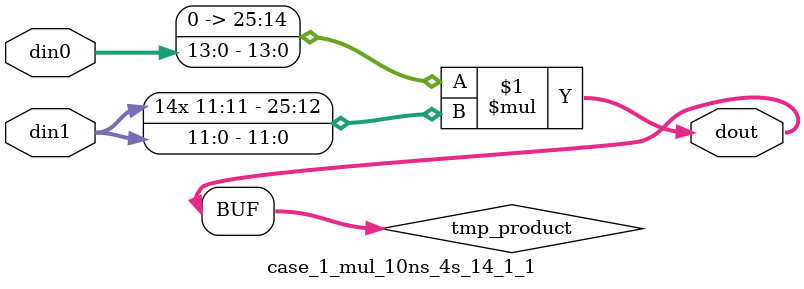
<source format=v>

`timescale 1 ns / 1 ps

 (* use_dsp = "no" *)  module case_1_mul_10ns_4s_14_1_1(din0, din1, dout);
parameter ID = 1;
parameter NUM_STAGE = 0;
parameter din0_WIDTH = 14;
parameter din1_WIDTH = 12;
parameter dout_WIDTH = 26;

input [din0_WIDTH - 1 : 0] din0; 
input [din1_WIDTH - 1 : 0] din1; 
output [dout_WIDTH - 1 : 0] dout;

wire signed [dout_WIDTH - 1 : 0] tmp_product;

























assign tmp_product = $signed({1'b0, din0}) * $signed(din1);










assign dout = tmp_product;





















endmodule

</source>
